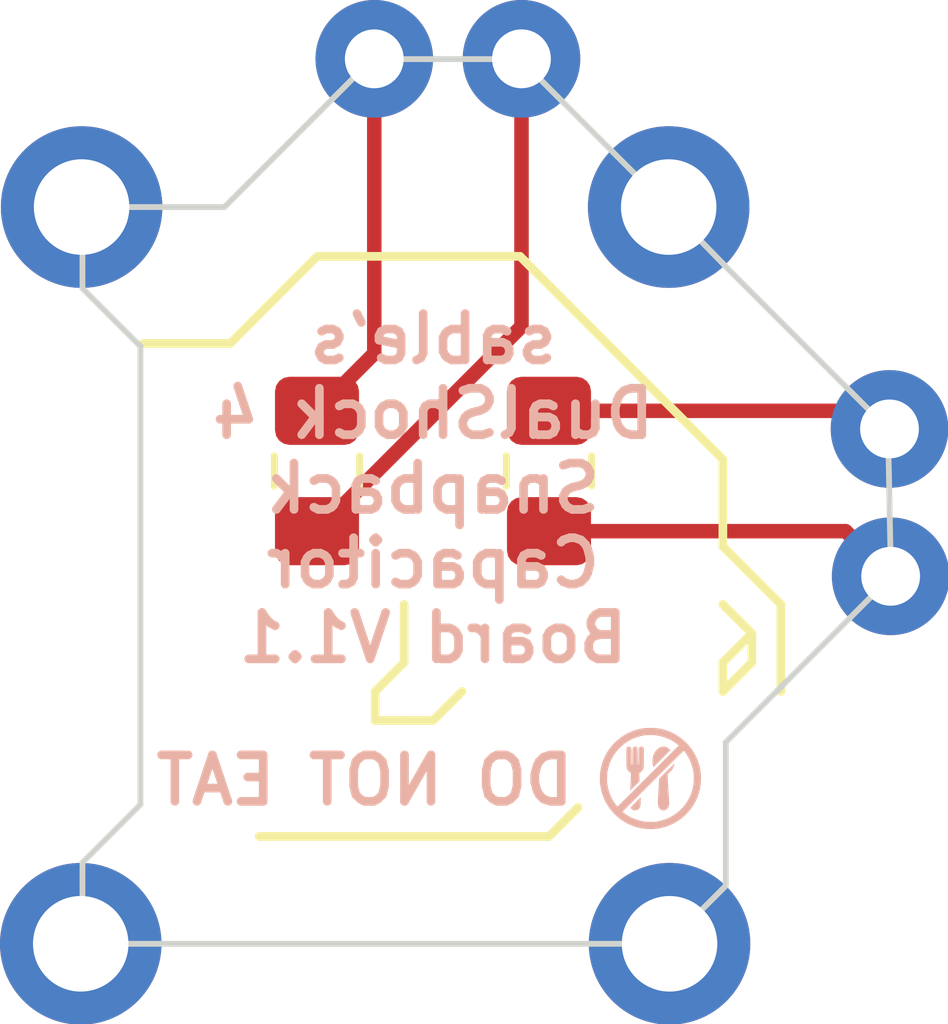
<source format=kicad_pcb>
(kicad_pcb (version 20221018) (generator pcbnew)
  (layers (0 "F.Cu" signal) (31 "B.Cu" signal) (34 "B.Paste" user) (35 "F.Paste" user) (36 "B.SilkS" user "B.Silkscreen") (37 "F.SilkS" user "F.Silkscreen") (38 "B.Mask" user) (39 "F.Mask" user) (44 "Edge.Cuts" user))
  (net 0 "")
  (net 1 "Net-(U1-V)")
  (net 2 "Net-(U1-V-)")
  (net 3 "Net-(U1-H)")
  (net 4 "Net-(U1-H-)")
  (footprint "Capacitor_SMD:C_0805_2012Metric_Pad1.18x1.45mm_HandSolder" (layer "F.Cu") (at 83.996667 72.2 -90)
    (fp_text reference "C1" hide)
    (fp_text value "C")
    (fp_line (start -0.261252 -0.735) (end 0.261252 -0.735) (stroke (width 0.12)) (layer "F.SilkS"))
    (fp_line (start -0.261252 0.735) (end 0.261252 0.735) (stroke (width 0.12)) (layer "F.SilkS"))
    (pad "1" smd roundrect (at -1.0375 0 270) (size 1.175 1.45) (layers "F.Cu" "F.Paste" "F.Mask") (roundrect_rratio 0.2127659574) (net 1 "Net-(U1-V)"))
    (pad "2" smd roundrect (at 1.0375 0 270) (size 1.175 1.45) (layers "F.Cu" "F.Paste" "F.Mask") (roundrect_rratio 0.2127659574) (net 2 "Net-(U1-V-)"))
  )
  (footprint "Capacitor_SMD:C_0805_2012Metric_Pad1.18x1.45mm_HandSolder" (layer "F.Cu") (at 88 72.2 90)
    (fp_text reference "C2" hide)
    (fp_text value "C")
    (fp_line (start -0.261252 -0.735) (end 0.261252 -0.735) (stroke (width 0.12)) (layer "F.SilkS"))
    (fp_line (start -0.261252 0.735) (end 0.261252 0.735) (stroke (width 0.12)) (layer "F.SilkS"))
    (pad "1" smd roundrect (at -1.0375 0 90) (size 1.175 1.45) (layers "F.Cu" "F.Paste" "F.Mask") (roundrect_rratio 0.2127659574) (net 3 "Net-(U1-H)"))
    (pad "2" smd roundrect (at 1.0375 0 90) (size 1.175 1.45) (layers "F.Cu" "F.Paste" "F.Mask") (roundrect_rratio 0.2127659574) (net 4 "Net-(U1-H-)"))
  )
  (footprint "ps4_joystick:PS4_joystick" (layer "B.Cu") (at 85 74 -90)
    (fp_text reference "U1" hide)
    (fp_text value "~" hide)
    (pad "H2" thru_hole circle (at 0.015 -8.8952 270) (size 2.028 2.028) (drill 1.014) (property pad_prop_castellated) (layers "*.Cu" "*.Mask") (net 3 "Net-(U1-H)"))
    (pad "H3" thru_hole circle (at -2.525 -8.8752 270) (size 2.028 2.028) (drill 1.014) (property pad_prop_castellated) (layers "*.Cu" "*.Mask") (net 4 "Net-(U1-H-)"))
    (pad "S" thru_hole circle (at -6.35 -5.0652 270) (size 2.786 2.786) (drill 1.647) (property pad_prop_castellated) (layers "*.Cu" "*.Mask"))
    (pad "S" thru_hole circle (at -6.35 5.0648 270) (size 2.786 2.786) (drill 1.647) (property pad_prop_castellated) (layers "*.Cu" "*.Mask"))
    (pad "S" thru_hole circle (at 6.35 -5.08 270) (size 2.786 2.786) (drill 1.647) (property pad_prop_castellated) (layers "*.Cu" "*.Mask"))
    (pad "S" thru_hole circle (at 6.35 5.08 270) (size 2.786 2.786) (drill 1.647) (property pad_prop_castellated) (layers "*.Cu" "*.Mask"))
    (pad "V2" thru_hole circle (at -8.905 0.0148 270) (size 2.028 2.028) (drill 1.014) (property pad_prop_castellated) (layers "*.Cu" "*.Mask") (net 1 "Net-(U1-V)"))
    (pad "V3" thru_hole circle (at -8.905 -2.5252 270) (size 2.028 2.028) (drill 1.014) (property pad_prop_castellated) (layers "*.Cu" "*.Mask") (net 2 "Net-(U1-V-)"))
  )
  (footprint "Logos:dont-eat" (layer "B.Cu") (at 89.75 77.5 180)
    (fp_text reference "G***" hide)
    (fp_text value "LOGO" hide)
    (fp_poly (pts (xy -0.186667 0.545984) (xy -0.158118 0.533836) (xy -0.13035 0.515191) (xy -0.112685 0.499364) (xy -0.086228 0.469132) (xy -0.065522 0.436422) (xy -0.050316 0.400635) (xy -0.040363 0.361171) (xy -0.035413 0.317429) (xy -0.035181 0.312758) (xy -0.035082 0.280879) (xy -0.037513 0.251075) (xy -0.042285 0.224893) (xy -0.048367 0.205834) (xy -0.052981 0.194703) (xy -0.19996 0.341931) (xy -0.346939 0.489159) (xy -0.326334 0.508629) (xy -0.300221 0.52924) (xy -0.272775 0.543263) (xy -0.244418 0.550716) (xy -0.215575 0.551617)) (fill solid) (layer "B.SilkS"))
    (fp_poly (pts (xy 0.173266 -0.32707) (xy 0.180537 -0.333672) (xy 0.191224 -0.343857) (xy 0.204666 -0.356954) (xy 0.220198 -0.372293) (xy 0.237158 -0.389203) (xy 0.254881 -0.407016) (xy 0.272706 -0.42506) (xy 0.289969 -0.442666) (xy 0.306007 -0.459163) (xy 0.320156 -0.473881) (xy 0.331753 -0.48615) (xy 0.340135 -0.4953) (xy 0.344639 -0.500661) (xy 0.345229 -0.501709) (xy 0.342709 -0.507539) (xy 0.336146 -0.515898) (xy 0.327038 -0.525305) (xy 0.316881 -0.534283) (xy 0.307171 -0.541353) (xy 0.302503 -0.54392) (xy 0.28421 -0.549207) (xy 0.263082 -0.550518) (xy 0.241786 -0.547933) (xy 0.222988 -0.541534) (xy 0.222928 -0.541505) (xy 0.202663 -0.527968) (xy 0.18724 -0.50986) (xy 0.176497 -0.486945) (xy 0.171072 -0.464421) (xy 0.169956 -0.45447) (xy 0.169041 -0.440391) (xy 0.168338 -0.4234) (xy 0.167853 -0.404706) (xy 0.167596 -0.385524) (xy 0.167576 -0.367066) (xy 0.167801 -0.350545) (xy 0.16828 -0.337172) (xy 0.169022 -0.328161) (xy 0.170034 -0.324725) (xy 0.170076 -0.32472)) (fill solid) (layer "B.SilkS"))
    (fp_poly (pts (xy -0.282671 0.130282) (xy -0.151151 -0.000922) (xy -0.148902 -0.037205) (xy -0.147934 -0.052392) (xy -0.14661 -0.072561) (xy -0.145052 -0.095879) (xy -0.143384 -0.120507) (xy -0.1418 -0.14356) (xy -0.138141 -0.199634) (xy -0.134521 -0.261684) (xy -0.130922 -0.330017) (xy -0.128034 -0.389664) (xy -0.128002 -0.428788) (xy -0.131864 -0.462405) (xy -0.139674 -0.490665) (xy -0.151488 -0.513718) (xy -0.167363 -0.531715) (xy -0.18518 -0.543719) (xy -0.199606 -0.548817) (xy -0.217177 -0.551758) (xy -0.234519 -0.552153) (xy -0.24497 -0.55064) (xy -0.265949 -0.541908) (xy -0.284821 -0.527508) (xy -0.300573 -0.508523) (xy -0.312192 -0.486031) (xy -0.315784 -0.475117) (xy -0.319709 -0.458733) (xy -0.322296 -0.442337) (xy -0.323616 -0.42447) (xy -0.323745 -0.403674) (xy -0.322756 -0.378488) (xy -0.321598 -0.359807) (xy -0.31774 -0.302885) (xy -0.314341 -0.252271) (xy -0.311373 -0.207455) (xy -0.308802 -0.167925) (xy -0.306598 -0.133172) (xy -0.304731 -0.102686) (xy -0.30317 -0.075954) (xy -0.301883 -0.052468) (xy -0.30084 -0.031717) (xy -0.300009 -0.013189) (xy -0.299361 0.003625) (xy -0.299082 0.011964) (xy -0.296916 0.080326) (xy -0.310107 0.087709) (xy -0.334355 0.104826) (xy -0.356756 0.127481) (xy -0.376529 0.154457) (xy -0.392895 0.184539) (xy -0.405071 0.216512) (xy -0.411835 0.246105) (xy -0.414191 0.261486)) (fill solid) (layer "B.SilkS"))
    (fp_poly (pts (xy 0.387274 0.547117) (xy 0.40054 0.539378) (xy 0.409261 0.528896) (xy 0.410671 0.525886) (xy 0.41184 0.522071) (xy 0.412789 0.516839) (xy 0.413537 0.509575) (xy 0.414104 0.499667) (xy 0.414511 0.486502) (xy 0.414778 0.469466) (xy 0.414923 0.447946) (xy 0.414968 0.421328) (xy 0.414932 0.389) (xy 0.414855 0.357166) (xy 0.414728 0.31919) (xy 0.414559 0.287395) (xy 0.414326 0.261126) (xy 0.414005 0.239729) (xy 0.413572 0.222546) (xy 0.413003 0.208925) (xy 0.412276 0.198209) (xy 0.411365 0.189744) (xy 0.410248 0.182875) (xy 0.408902 0.176946) (xy 0.408277 0.174633) (xy 0.397487 0.148438) (xy 0.380898 0.125761) (xy 0.358726 0.106869) (xy 0.348899 0.100748) (xy 0.336764 0.093826) (xy 0.337721 0.054604) (xy 0.338283 0.035436) (xy 0.339146 0.010944) (xy 0.340246 -0.017373) (xy 0.341517 -0.048011) (xy 0.342895 -0.07947) (xy 0.344315 -0.110249) (xy 0.345714 -0.138846) (xy 0.347026 -0.163759) (xy 0.347379 -0.170051) (xy 0.348141 -0.18533) (xy 0.348547 -0.197733) (xy 0.348567 -0.2059) (xy 0.34823 -0.208504) (xy 0.345581 -0.206176) (xy 0.338683 -0.199567) (xy 0.328107 -0.189243) (xy 0.314429 -0.175766) (xy 0.298221 -0.159701) (xy 0.280056 -0.141613) (xy 0.266915 -0.128482) (xy 0.186947 -0.048459) (xy 0.189212 0.02277) (xy 0.191478 0.093999) (xy 0.17276 0.105247) (xy 0.1502 0.122715) (xy 0.132322 0.145103) (xy 0.122496 0.164074) (xy 0.120656 0.168536) (xy 0.119119 0.172896) (xy 0.117854 0.177796) (xy 0.116827 0.183874) (xy 0.116008 0.19177) (xy 0.115364 0.202124) (xy 0.114864 0.215576) (xy 0.114474 0.232765) (xy 0.114163 0.254331) (xy 0.1139 0.280913) (xy 0.113652 0.313152) (xy 0.113431 0.34523) (xy 0.113206 0.389942) (xy 0.113185 0.427926) (xy 0.11337 0.459288) (xy 0.113763 0.484133) (xy 0.114364 0.502566) (xy 0.115176 0.514694) (xy 0.116043 0.520156) (xy 0.123336 0.53442) (xy 0.134567 0.544296) (xy 0.148311 0.549637) (xy 0.163144 0.550297) (xy 0.177642 0.546128) (xy 0.190381 0.536985) (xy 0.196932 0.52849) (xy 0.19853 0.525453) (xy 0.199857 0.521665) (xy 0.20095 0.516468) (xy 0.201842 0.509205) (xy 0.20257 0.499218) (xy 0.203169 0.485848) (xy 0.203673 0.468439) (xy 0.204118 0.446332) (xy 0.20454 0.418869) (xy 0.204972 0.385393) (xy 0.205086 0.375993) (xy 0.205537 0.340721) (xy 0.205978 0.3117) (xy 0.206438 0.288344) (xy 0.206945 0.270066) (xy 0.207527 0.256281) (xy 0.208212 0.246404) (xy 0.209029 0.239847) (xy 0.210005 0.236027) (xy 0.21117 0.234356) (xy 0.211923 0.234141) (xy 0.213199 0.234853) (xy 0.214273 0.237377) (xy 0.215174 0.242295) (xy 0.215928 0.25019) (xy 0.216564 0.261644) (xy 0.217109 0.27724) (xy 0.21759 0.297559) (xy 0.218037 0.323186) (xy 0.218475 0.354701) (xy 0.218759 0.377702) (xy 0.219276 0.416108) (xy 0.219843 0.448103) (xy 0.220478 0.474113) (xy 0.221197 0.494564) (xy 0.222017 0.509881) (xy 0.222955 0.520489) (xy 0.224028 0.526814) (xy 0.224719 0.528688) (xy 0.235729 0.541542) (xy 0.250427 0.548826) (xy 0.262116 0.550317) (xy 0.279897 0.547867) (xy 0.293318 0.54033) (xy 0.302882 0.527423) (xy 0.302896 0.527395) (xy 0.304507 0.523736) (xy 0.305836 0.519401) (xy 0.306918 0.513714) (xy 0.307785 0.505999) (xy 0.308471 0.495579) (xy 0.309008 0.481779) (xy 0.30943 0.463921) (xy 0.309771 0.441329) (xy 0.310063 0.413327) (xy 0.31034 0.379239) (xy 0.31037 0.375138) (xy 0.310635 0.340646) (xy 0.310894 0.312371) (xy 0.311179 0.289698) (xy 0.311526 0.272009) (xy 0.311968 0.258685) (xy 0.312539 0.249111) (xy 0.313274 0.242667) (xy 0.314207 0.238737) (xy 0.315371 0.236704) (xy 0.316802 0.235949) (xy 0.318061 0.23585) (xy 0.319714 0.236045) (xy 0.321068 0.237041) (xy 0.322153 0.239457) (xy 0.322999 0.243914) (xy 0.323635 0.25103) (xy 0.324092 0.261425) (xy 0.324398 0.275718) (xy 0.324585 0.294529) (xy 0.324681 0.318475) (xy 0.324716 0.348178) (xy 0.32472 0.374394) (xy 0.324742 0.410835) (xy 0.324855 0.441088) (xy 0.325132 0.465798) (xy 0.325645 0.485613) (xy 0.326466 0.50118) (xy 0.327669 0.513145) (xy 0.329324 0.522157) (xy 0.331505 0.528861) (xy 0.334285 0.533906) (xy 0.337734 0.537937) (xy 0.341926 0.541603) (xy 0.343567 0.542907) (xy 0.356803 0.549305) (xy 0.372034 0.550567)) (fill solid) (layer "B.SilkS"))
    (fp_poly (pts (xy 0.056549 0.871614) (xy 0.108945 0.867335) (xy 0.159348 0.859839) (xy 0.209917 0.84883) (xy 0.245646 0.839142) (xy 0.317502 0.814721) (xy 0.386842 0.784019) (xy 0.453355 0.747227) (xy 0.516729 0.704534) (xy 0.576651 0.656131) (xy 0.631299 0.603785) (xy 0.682516 0.545708) (xy 0.727838 0.48418) (xy 0.767238 0.419256) (xy 0.800691 0.350986) (xy 0.828172 0.279425) (xy 0.849656 0.204624) (xy 0.865116 0.126636) (xy 0.866937 0.114507) (xy 0.869816 0.088255) (xy 0.871779 0.057086) (xy 0.872828 0.022858) (xy 0.872961 -0.012569) (xy 0.87218 -0.047338) (xy 0.870483 -0.079591) (xy 0.867871 -0.107469) (xy 0.866937 -0.114506) (xy 0.852393 -0.193045) (xy 0.83184 -0.268326) (xy 0.805282 -0.340345) (xy 0.772721 -0.409094) (xy 0.73416 -0.47457) (xy 0.689601 -0.536767) (xy 0.639048 -0.595678) (xy 0.628941 -0.606317) (xy 0.572373 -0.660162) (xy 0.512252 -0.708181) (xy 0.448699 -0.750312) (xy 0.381832 -0.786494) (xy 0.311773 -0.816667) (xy 0.23864 -0.84077) (xy 0.162554 -0.858742) (xy 0.116215 -0.866461) (xy 0.099216 -0.868365) (xy 0.077333 -0.870074) (xy 0.052282 -0.871524) (xy 0.025779 -0.872653) (xy -0.000461 -0.873397) (xy -0.024721 -0.873692) (xy -0.045286 -0.873476) (xy -0.058108 -0.87288) (xy -0.13614 -0.863738) (xy -0.212105 -0.848114) (xy -0.285843 -0.826064) (xy -0.357193 -0.797643) (xy -0.425995 -0.762904) (xy -0.483259 -0.727849) (xy -0.545074 -0.682732) (xy -0.602477 -0.632654) (xy -0.655174 -0.578014) (xy -0.702871 -0.519211) (xy -0.745272 -0.456644) (xy -0.782084 -0.390711) (xy -0.813012 -0.321811) (xy -0.837762 -0.250344) (xy -0.839142 -0.245646) (xy -0.852722 -0.193723) (xy -0.862584 -0.14344) (xy -0.869027 -0.092639) (xy -0.872348 -0.039159) (xy -0.872975 0) (xy -0.872532 0.018417) (xy -0.747943 0.018417) (xy -0.747746 -0.013056) (xy -0.746673 -0.04498) (xy -0.744782 -0.075352) (xy -0.742129 -0.102172) (xy -0.740115 -0.116215) (xy -0.72479 -0.187915) (xy -0.703408 -0.256477) (xy -0.676 -0.321841) (xy -0.642593 -0.383947) (xy -0.603219 -0.442737) (xy -0.557907 -0.498151) (xy -0.539434 -0.518003) (xy -0.486998 -0.567624) (xy -0.430809 -0.611587) (xy -0.371135 -0.649761) (xy -0.308246 -0.682016) (xy -0.242409 -0.708223) (xy -0.173894 -0.728251) (xy -0.102968 -0.74197) (xy -0.068363 -0.746254) (xy -0.053827 -0.747217) (xy -0.034297 -0.747787) (xy -0.011603 -0.747982) (xy 0.012427 -0.747817) (xy 0.035962 -0.747309) (xy 0.057173 -0.746473) (xy 0.074229 -0.745327) (xy 0.077896 -0.744965) (xy 0.145717 -0.734367) (xy 0.212602 -0.717555) (xy 0.277747 -0.694863) (xy 0.340351 -0.666621) (xy 0.399611 -0.633163) (xy 0.454724 -0.594821) (xy 0.46999 -0.582692) (xy 0.480244 -0.574296) (xy -0.046142 -0.047879) (xy -0.096242 0.002208) (xy -0.145071 0.050993) (xy -0.192408 0.098257) (xy -0.238034 0.143782) (xy -0.281728 0.187347) (xy -0.323269 0.228735) (xy -0.362436 0.267726) (xy -0.399011 0.304101) (xy -0.43277 0.337641) (xy -0.463496 0.368127) (xy -0.490966 0.39534) (xy -0.51496 0.419061) (xy -0.535259 0.439071) (xy -0.551641 0.455151) (xy -0.563885 0.467082) (xy -0.571773 0.474645) (xy -0.575082 0.477621) (xy -0.575168 0.477658) (xy -0.579039 0.474232) (xy -0.585841 0.466091) (xy -0.594832 0.454287) (xy -0.605271 0.439871) (xy -0.616415 0.423894) (xy -0.627522 0.407407) (xy -0.63785 0.391461) (xy -0.646657 0.377107) (xy -0.64896 0.373148) (xy -0.681778 0.309158) (xy -0.708096 0.243152) (xy -0.727981 0.174928) (xy -0.741497 0.104285) (xy -0.745483 0.072004) (xy -0.747208 0.047438) (xy -0.747943 0.018417) (xy -0.872532 0.018417) (xy -0.871614 0.05655) (xy -0.867335 0.108946) (xy -0.859839 0.159349) (xy -0.84883 0.209918) (xy -0.839142 0.245647) (xy -0.814896 0.31701) (xy -0.784594 0.385617) (xy -0.748577 0.451128) (xy -0.707186 0.513204) (xy -0.663721 0.567786) (xy -0.487082 0.567786) (xy 0.039305 0.041206) (xy 0.089407 -0.008895) (xy 0.138246 -0.057693) (xy 0.1856 -0.104968) (xy 0.231249 -0.150501) (xy 0.274971 -0.194075) (xy 0.316546 -0.235468) (xy 0.355754 -0.274464) (xy 0.392372 -0.310841) (xy 0.426181 -0.344382) (xy 0.45696 -0.374868) (xy 0.484487 -0.402079) (xy 0.508543 -0.425796) (xy 0.528906 -0.4458) (xy 0.545355 -0.461873) (xy 0.557671 -0.473795) (xy 0.565631 -0.481347) (xy 0.569015 -0.484311) (xy 0.569112 -0.484347) (xy 0.572336 -0.481371) (xy 0.578758 -0.473944) (xy 0.587513 -0.463114) (xy 0.597738 -0.449928) (xy 0.600148 -0.44675) (xy 0.63926 -0.389321) (xy 0.672757 -0.328213) (xy 0.700456 -0.263898) (xy 0.722174 -0.19685) (xy 0.737728 -0.127539) (xy 0.745485 -0.072003) (xy 0.747208 -0.047441) (xy 0.747943 -0.01843) (xy 0.747745 0.013031) (xy 0.746673 0.044941) (xy 0.744782 0.075301) (xy 0.742132 0.102111) (xy 0.740107 0.116216) (xy 0.724844 0.187816) (xy 0.703653 0.256018) (xy 0.676497 0.320898) (xy 0.643335 0.382534) (xy 0.604128 0.441003) (xy 0.558836 0.496381) (xy 0.528445 0.528435) (xy 0.474935 0.577442) (xy 0.418588 0.62026) (xy 0.359249 0.656966) (xy 0.296764 0.68764) (xy 0.230978 0.712362) (xy 0.161736 0.73121) (xy 0.116215 0.740115) (xy 0.092626 0.743213) (xy 0.064234 0.745586) (xy 0.033043 0.747176) (xy 0.001054 0.747926) (xy -0.029732 0.747779) (xy -0.057311 0.746678) (xy -0.072004 0.745483) (xy -0.136934 0.735857) (xy -0.201121 0.720654) (xy -0.263682 0.700238) (xy -0.323736 0.674975) (xy -0.380401 0.64523) (xy -0.432793 0.611366) (xy -0.473409 0.57953) (xy -0.487082 0.567786) (xy -0.663721 0.567786) (xy -0.660761 0.571503) (xy -0.609642 0.625686) (xy -0.55417 0.675411) (xy -0.494684 0.72034) (xy -0.431526 0.76013) (xy -0.365036 0.794442) (xy -0.295554 0.822936) (xy -0.245647 0.839142) (xy -0.193724 0.852722) (xy -0.143441 0.862584) (xy -0.09264 0.869027) (xy -0.03916 0.872348) (xy 0 0.872975)) (fill solid) (layer "B.SilkS"))
  )
  (gr_line (start 86 76.5) (end 86.5 76) (stroke (width 0.15)) (layer "F.SilkS"))
  (gr_line (start 91 75.5) (end 91.5 75) (stroke (width 0.15)) (layer "F.SilkS"))
  (gr_line (start 91.5 75) (end 91 74.5) (stroke (width 0.15)) (layer "F.SilkS"))
  (gr_line (start 83 78.5) (end 88 78.5) (stroke (width 0.15)) (layer "F.SilkS"))
  (gr_line (start 91 73.5) (end 92 74.5) (stroke (width 0.15)) (layer "F.SilkS"))
  (gr_line (start 82.5 70) (end 81 70) (stroke (width 0.15)) (layer "F.SilkS"))
  (gr_line (start 91.5 75.5) (end 91 76) (stroke (width 0.15)) (layer "F.SilkS"))
  (gr_line (start 88 78.5) (end 88.5 78) (stroke (width 0.15)) (layer "F.SilkS"))
  (gr_line (start 92 76) (end 92 74.5) (stroke (width 0.15)) (layer "F.SilkS"))
  (gr_line (start 84 68.5) (end 82.5 70) (stroke (width 0.15)) (layer "F.SilkS"))
  (gr_line (start 85.5 74.5) (end 85.5 75.5) (stroke (width 0.15)) (layer "F.SilkS"))
  (gr_line (start 85.5 75.5) (end 85 76) (stroke (width 0.15)) (layer "F.SilkS"))
  (gr_line (start 91.5 75.5) (end 91.5 75) (stroke (width 0.15)) (layer "F.SilkS"))
  (gr_line (start 87.5 68.5) (end 84 68.5) (stroke (width 0.15)) (layer "F.SilkS"))
  (gr_line (start 85 76) (end 85 76.5) (stroke (width 0.15)) (layer "F.SilkS"))
  (gr_line (start 85 76.5) (end 85.5 76.5) (stroke (width 0.15)) (layer "F.SilkS"))
  (gr_line (start 87.5 68.5) (end 91 72) (stroke (width 0.15)) (layer "F.SilkS"))
  (gr_line (start 91 76) (end 91 75.5) (stroke (width 0.15)) (layer "F.SilkS"))
  (gr_line (start 85.5 76.5) (end 86 76.5) (stroke (width 0.15)) (layer "F.SilkS"))
  (gr_line (start 91 73.5) (end 91 72) (stroke (width 0.15)) (layer "F.SilkS"))
  (gr_line (start 91.025 68.65) (end 90.05 67.65) (stroke (width 0.1)) (layer "Edge.Cuts"))
  (gr_line (start 79.95 80.35) (end 79.95 78.95) (stroke (width 0.1)) (layer "Edge.Cuts"))
  (gr_line (start 91.15 68.775) (end 92.15 69.775) (stroke (width 0.1)) (layer "Edge.Cuts"))
  (gr_line (start 92.2 75.725) (end 91.05 76.875) (stroke (width 0.1)) (layer "Edge.Cuts"))
  (gr_line (start 90.05 80.35) (end 91.05 79.35) (stroke (width 0.1)) (layer "Edge.Cuts"))
  (gr_line (start 82.4 67.65) (end 79.95 67.65) (stroke (width 0.1)) (layer "Edge.Cuts"))
  (gr_line (start 91.05 79.35) (end 91.05 77.15) (stroke (width 0.1)) (layer "Edge.Cuts"))
  (gr_line (start 93.85 71.475) (end 93.15 70.775) (stroke (width 0.1)) (layer "Edge.Cuts"))
  (gr_line (start 87.5 65.1) (end 84.95 65.1) (stroke (width 0.1)) (layer "Edge.Cuts"))
  (gr_line (start 90.05 67.65) (end 87.5 65.1) (stroke (width 0.1)) (layer "Edge.Cuts"))
  (gr_line (start 82.4 67.65) (end 84.95 65.1) (stroke (width 0.1)) (layer "Edge.Cuts"))
  (gr_line (start 79.95 67.65) (end 79.95 69.05) (stroke (width 0.1)) (layer "Edge.Cuts"))
  (gr_line (start 93.15 70.775) (end 92.15 69.775) (stroke (width 0.1)) (layer "Edge.Cuts"))
  (gr_line (start 79.95 80.35) (end 90.05 80.35) (stroke (width 0.1)) (layer "Edge.Cuts"))
  (gr_line (start 93.85 71.475) (end 93.9 74.025) (stroke (width 0.1)) (layer "Edge.Cuts"))
  (gr_line (start 93.2 74.725) (end 92.2 75.725) (stroke (width 0.1)) (layer "Edge.Cuts"))
  (gr_line (start 91.15 68.775) (end 91.025 68.65) (stroke (width 0.1)) (layer "Edge.Cuts"))
  (gr_line (start 79.95 69.05) (end 80.95 70.05) (stroke (width 0.1)) (layer "Edge.Cuts"))
  (gr_line (start 79.95 78.95) (end 80.95 77.95) (stroke (width 0.1)) (layer "Edge.Cuts"))
  (gr_line (start 80.95 70.05) (end 80.95 77.95) (stroke (width 0.1)) (layer "Edge.Cuts"))
  (gr_line (start 91.05 76.875) (end 91.05 77.15) (stroke (width 0.1)) (layer "Edge.Cuts"))
  (gr_line (start 93.9 74.025) (end 93.2 74.725) (stroke (width 0.1)) (layer "Edge.Cuts"))
  (gr_text "DO NOT EAT" (at 88.5 78) (layer "B.SilkS") (effects (font (size 0.8 0.8)) (justify left bottom mirror)))
  (gr_text "sable's\nDualShock 4\nSnapback\nCapacitor\nBoard V1.1" (at 86 72.5) (layer "B.SilkS") (effects (font (size 0.8 0.8)) (justify mirror)))
  (segment (start 84.9852 70.173967) (end 83.996667 71.1625) (width 0.25) (layer "F.Cu") (net 1))
  (segment (start 84.9852 65.095) (end 84.9852 70.173967) (width 0.25) (layer "F.Cu") (net 1))
  (segment (start 83.996667 73.2375) (end 87.5252 69.708967) (width 0.25) (layer "F.Cu") (net 2))
  (segment (start 87.5252 69.708967) (end 87.5252 65.301976) (width 0.25) (layer "F.Cu") (net 2))
  (segment (start 93.1177 73.2375) (end 93.772371 73.892171) (width 0.25) (layer "F.Cu") (net 3))
  (segment (start 88 73.2375) (end 93.1177 73.2375) (width 0.25) (layer "F.Cu") (net 3))
  (segment (start 88 71.1625) (end 93.360724 71.1625) (width 0.25) (layer "F.Cu") (net 4))
  (segment (start 93.360724 71.1625) (end 93.673224 71.475) (width 0.25) (layer "F.Cu") (net 4))
)
</source>
